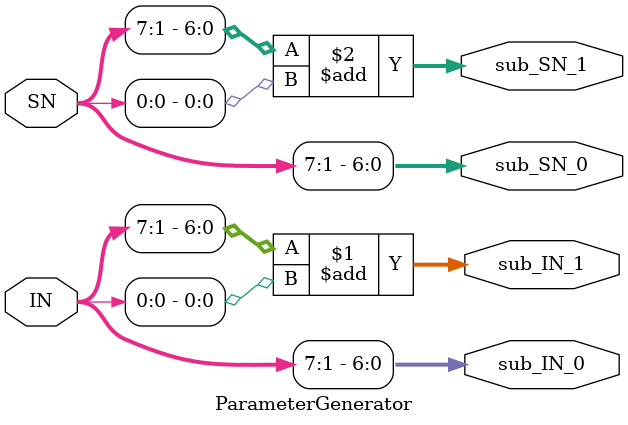
<source format=v>
`timescale 1ns / 1ps

module ParameterGenerator( 
    IN,
    SN,
    sub_IN_0,
    sub_IN_1,
    sub_SN_0,
    sub_SN_1 
    );

    parameter n = 'd7;
        
    input  wire [n:0]   IN, SN; //IN is submatrix size, SN is index of cyclic shifting
    output wire [n-1:0] sub_IN_0, sub_IN_1, sub_SN_0, sub_SN_1;
    
    assign sub_IN_0 = IN[n:1];
    assign sub_IN_1 = IN[n:1]+IN[0];
    assign sub_SN_0 = SN[n:1];
    assign sub_SN_1 = SN[n:1]+SN[0];
        
endmodule
</source>
